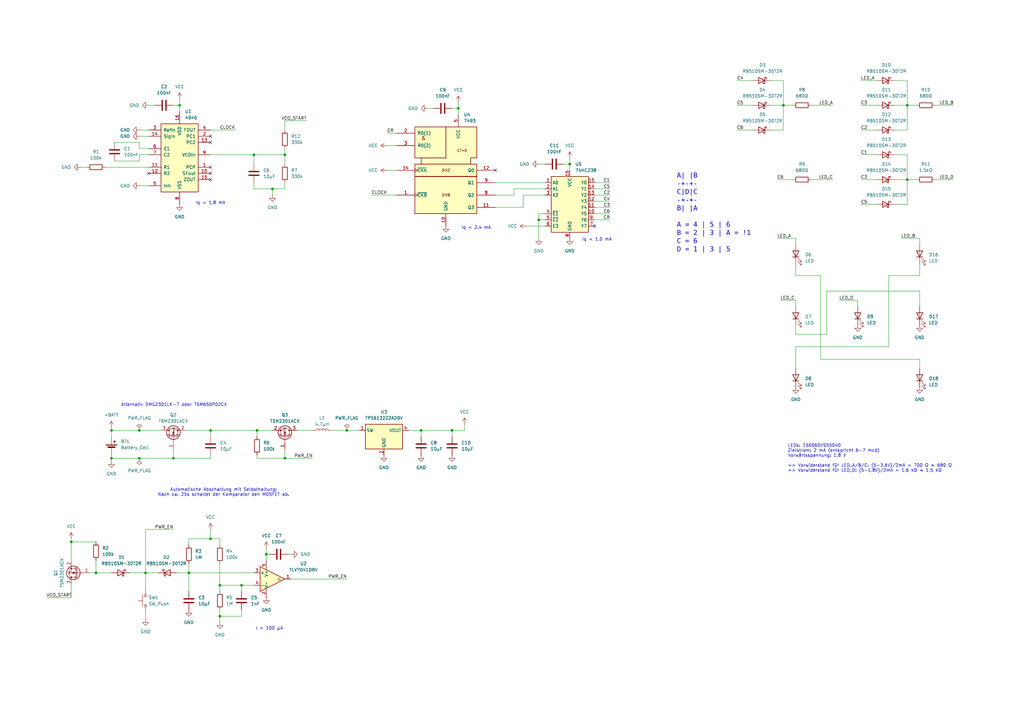
<source format=kicad_sch>
(kicad_sch (version 20231120) (generator "eeschema") (generator_version "8.0")
  (paper "A3")
  (lib_symbols
    (symbol "4xxx:4046" (pin_names (offset 1.016))
      (property "Reference" "U" (at -7.62 13.97 0))
      (property "Value" "4046" (at -7.62 -16.51 0))
      (symbol "4046_1_0"
        (pin output line (at 12.7 -5.08 180) (length 5.08) (name "PCP") (number "1"))
        (pin output line (at 12.7 -7.62 180) (length 5.08) (name "SFout") (number "10"))
        (pin input line (at -12.7 -5.08 0) (length 5.08) (name "R1") (number "11"))
        (pin input line (at -12.7 -7.62 0) (length 5.08) (name "R2") (number "12"))
        (pin tri_state line (at 12.7 5.08 180) (length 5.08) (name "PC2") (number "13"))
        (pin input line (at -12.7 7.62 0) (length 5.08) (name "SigIn") (number "14"))
        (pin output line (at 12.7 -10.16 180) (length 5.08) (name "ZOUT") (number "15"))
        (pin power_in line (at 0 17.78 270) (length 5.08) (name "VDD") (number "16"))
        (pin output line (at 12.7 7.62 180) (length 5.08) (name "PC1") (number "2"))
        (pin input line (at -12.7 10.16 0) (length 5.08) (name "RefIn") (number "3"))
        (pin output line (at 12.7 10.16 180) (length 5.08) (name "FOUT") (number "4"))
        (pin input line (at -12.7 -12.7 0) (length 5.08) (name "Inh") (number "5"))
        (pin input line (at -12.7 2.54 0) (length 5.08) (name "C1") (number "6"))
        (pin input line (at -12.7 0 0) (length 5.08) (name "C2") (number "7"))
        (pin power_in line (at 0 -20.32 90) (length 5.08) (name "VSS") (number "8"))
        (pin input line (at 12.7 0 180) (length 5.08) (name "VCOin") (number "9"))
      )
    )
    (symbol "74xx:74HC238"
      (property "Reference" "U" (at -7.62 13.97 0))
      (property "Value" "74HC238" (at 2.54 -11.43 0))
      (symbol "74HC238_1_1"
        (pin input line (at -10.16 10.16 0) (length 2.54) (name "A0") (number "1"))
        (pin output line (at 10.16 -2.54 180) (length 2.54) (name "Y5") (number "10"))
        (pin output line (at 10.16 0 180) (length 2.54) (name "Y4") (number "11"))
        (pin output line (at 10.16 2.54 180) (length 2.54) (name "Y3") (number "12"))
        (pin output line (at 10.16 5.08 180) (length 2.54) (name "Y2") (number "13"))
        (pin output line (at 10.16 7.62 180) (length 2.54) (name "Y1") (number "14"))
        (pin output line (at 10.16 10.16 180) (length 2.54) (name "Y0") (number "15"))
        (pin power_in line (at 0 15.24 270) (length 2.54) (name "VCC") (number "16"))
        (pin input line (at -10.16 7.62 0) (length 2.54) (name "A1") (number "2"))
        (pin input line (at -10.16 5.08 0) (length 2.54) (name "A2") (number "3"))
        (pin input line (at -10.16 -2.54 0) (length 2.54) (name "~{E1}") (number "4"))
        (pin input line (at -10.16 -5.08 0) (length 2.54) (name "~{E2}") (number "5"))
        (pin input line (at -10.16 -7.62 0) (length 2.54) (name "E3") (number "6"))
        (pin output line (at 10.16 -7.62 180) (length 2.54) (name "Y7") (number "7"))
        (pin power_in line (at 0 -12.7 90) (length 2.54) (name "GND") (number "8"))
        (pin output line (at 10.16 -5.08 180) (length 2.54) (name "Y6") (number "9"))
      )
    )
    (symbol "74xx_IEEE:7493" (pin_names (offset 1.016))
      (property "Reference" "U" (at 15.24 10.16 0))
      (property "Value" "7493" (at 10.16 -20.32 0))
      (symbol "7493_0_0"
        (text "&" (at -9.144 13.208 0) (effects (font (size 1.524 1.524))))
        (text "CT=0" (at 6.604 8.128 0) (effects (font (size 1.016 1.016))))
        (text "DIV2" (at 0 0 0) (effects (font (size 1.016 1.016))))
        (text "DIV8" (at 0 -10.16 0) (effects (font (size 1.016 1.016))))
        (pin power_in line (at 0 -22.86 90) (length 5.08) (name "GND") (number "10"))
        (pin power_in line (at 5.08 22.86 270) (length 5.08) (name "VCC") (number "5"))
      )
      (symbol "7493_1_1"
        (pin input clock (at -20.32 -10.16 0) (length 7.62) (name "~{CKB}") (number "1"))
        (pin output line (at 20.32 -15.24 180) (length 7.62) (name "Q3") (number "11"))
        (pin output line (at 20.32 0 180) (length 7.62) (name "Q0") (number "12"))
        (pin input clock (at -20.32 0 0) (length 7.62) (name "~{CKA}") (number "14"))
        (pin input line (at -20.32 15.24 0) (length 7.62) (name "R0(1)") (number "2"))
        (pin input line (at -20.32 10.16 0) (length 7.62) (name "R0(2)") (number "3"))
        (pin output line (at 20.32 -10.16 180) (length 7.62) (name "Q2") (number "8"))
        (pin output line (at 20.32 -5.08 180) (length 7.62) (name "Q1") (number "9"))
      )
    )
    (symbol "Comparator:TLV7041DBV" (pin_names (offset 0.127))
      (property "Reference" "U" (at 0 5.08 0))
      (property "Value" "TLV7041DBV" (at 0 -5.08 0))
      (symbol "TLV7041DBV_0_1"
        (pin power_in line (at -2.54 -7.62 90) (length 3.81) (name "V-") (number "2"))
        (pin power_in line (at -2.54 7.62 270) (length 3.81) (name "V+") (number "5"))
      )
      (symbol "TLV7041DBV_1_1"
        (pin open_collector line (at 7.62 0 180) (length 2.54) (name "~") (number "1"))
        (pin input line (at -7.62 2.54 0) (length 2.54) (name "+") (number "3"))
        (pin input line (at -7.62 -2.54 0) (length 2.54) (name "-") (number "4"))
      )
    )
    (symbol "Device:Battery_Cell" (pin_numbers hide) (pin_names (offset 0) hide)
      (property "Reference" "BT" (at 2.54 2.54 0))
      (property "Value" "Battery_Cell" (at 2.54 0 0))
      (symbol "Battery_Cell_1_1"
        (pin passive line (at 0 5.08 270) (length 2.54) (name "+") (number "1"))
        (pin passive line (at 0 -2.54 90) (length 2.54) (name "-") (number "2"))
      )
    )
    (symbol "Device:C" (pin_numbers hide) (pin_names (offset 0.254))
      (property "Reference" "C" (at 0.635 2.54 0))
      (property "Value" "C" (at 0.635 -2.54 0))
      (symbol "C_1_1"
        (pin passive line (at 0 3.81 270) (length 2.794) (name "~") (number "1"))
        (pin passive line (at 0 -3.81 90) (length 2.794) (name "~") (number "2"))
      )
    )
    (symbol "Device:D_Schottky" (pin_numbers hide) (pin_names (offset 1.016) hide)
      (property "Reference" "D" (at 0 2.54 0))
      (property "Value" "D_Schottky" (at 0 -2.54 0))
      (symbol "D_Schottky_1_1"
        (pin passive line (at -3.81 0 0) (length 2.54) (name "K") (number "1"))
        (pin passive line (at 3.81 0 180) (length 2.54) (name "A") (number "2"))
      )
    )
    (symbol "Device:L" (pin_numbers hide) (pin_names (offset 1.016) hide)
      (property "Reference" "L" (at -1.27 0 90))
      (property "Value" "L" (at 1.905 0 90))
      (symbol "L_1_1"
        (pin passive line (at 0 3.81 270) (length 1.27) (name "1") (number "1"))
        (pin passive line (at 0 -3.81 90) (length 1.27) (name "2") (number "2"))
      )
    )
    (symbol "Device:LED" (pin_numbers hide) (pin_names (offset 1.016) hide)
      (property "Reference" "D" (at 0 2.54 0))
      (property "Value" "LED" (at 0 -2.54 0))
      (symbol "LED_1_1"
        (pin passive line (at -3.81 0 0) (length 2.54) (name "K") (number "1"))
        (pin passive line (at 3.81 0 180) (length 2.54) (name "A") (number "2"))
      )
    )
    (symbol "Device:R" (pin_numbers hide) (pin_names (offset 0))
      (property "Reference" "R" (at 2.032 0 90))
      (property "Value" "R" (at 0 0 90))
      (symbol "R_1_1"
        (pin passive line (at 0 3.81 270) (length 1.27) (name "~") (number "1"))
        (pin passive line (at 0 -3.81 90) (length 1.27) (name "~") (number "2"))
      )
    )
    (symbol "Regulator_Switching:TPS613222ADBV"
      (property "Reference" "U" (at -7.62 6.35 0))
      (property "Value" "TPS613222ADBV" (at 2.54 6.35 0))
      (symbol "TPS613222ADBV_1_1"
        (pin power_in line (at -10.16 2.54 0) (length 2.54) (name "SW") (number "1"))
        (pin power_in line (at 0 -7.62 90) (length 2.54) (name "GND") (number "2"))
        (pin no_connect line (at -7.62 -2.54 0) (length 2.54) hide (name "NC") (number "3"))
        (pin power_out line (at 10.16 2.54 180) (length 2.54) (name "VOUT") (number "4"))
        (pin no_connect line (at 7.62 -2.54 180) (length 2.54) hide (name "NC") (number "5"))
      )
    )
    (symbol "Switch:SW_Push" (pin_numbers hide) (pin_names (offset 1.016) hide)
      (property "Reference" "SW" (at 1.27 2.54 0))
      (property "Value" "SW_Push" (at 0 -1.524 0))
      (symbol "SW_Push_0_1"
        (pin passive line (at -5.08 0 0) (length 2.54) (name "1") (number "1"))
        (pin passive line (at 5.08 0 180) (length 2.54) (name "2") (number "2"))
      )
    )
    (symbol "Transistor_FET_old:TSM2301ACX" (pin_names hide)
      (property "Reference" "Q" (at 5.08 1.905 0))
      (property "Value" "TSM2301ACX" (at 5.08 0 0))
      (symbol "TSM2301ACX_1_1"
        (pin input line (at -5.08 0 0) (length 2.54) (name "G") (number "1"))
        (pin passive line (at 2.54 -5.08 90) (length 2.54) (name "S") (number "2"))
        (pin passive line (at 2.54 5.08 270) (length 2.54) (name "D") (number "3"))
      )
    )
    (symbol "power:+BATT" (power) (pin_numbers hide) (pin_names (offset 0) hide)
      (property "Value" "+BATT" (at 0 3.556 0))
      (symbol "+BATT_1_1"
        (pin power_in line (at 0 0 90) (length 0) (name "~") (number "1"))
      )
    )
    (symbol "power:GND" (power) (pin_numbers hide) (pin_names (offset 0) hide)
      (property "Value" "GND" (at 0 -3.81 0))
      (symbol "GND_1_1"
        (pin power_in line (at 0 0 270) (length 0) (name "~") (number "1"))
      )
    )
    (symbol "power:PWR_FLAG" (power) (pin_numbers hide) (pin_names (offset 0) hide)
      (property "Value" "PWR_FLAG" (at 0 3.81 0))
      (symbol "PWR_FLAG_0_0"
        (pin power_out line (at 0 0 90) (length 0) (name "~") (number "1"))
      )
    )
    (symbol "power:VCC" (power) (pin_numbers hide) (pin_names (offset 0) hide)
      (property "Value" "VCC" (at 0 3.556 0))
      (symbol "VCC_1_1"
        (pin power_in line (at 0 0 90) (length 0) (name "~") (number "1"))
      )
    )
  )
  (junction (at 220.98 90.17))
  (junction (at 111.76 77.47))
  (junction (at 372.11 43.18))
  (junction (at 142.24 176.53))
  (junction (at 29.21 222.25))
  (junction (at 77.47 234.95))
  (junction (at 90.17 252.73))
  (junction (at 73.66 43.18))
  (junction (at 172.72 176.53))
  (junction (at 86.36 220.98))
  (junction (at 99.06 240.03))
  (junction (at 233.68 67.31))
  (junction (at 45.72 187.96))
  (junction (at 57.15 187.96))
  (junction (at 187.96 44.45))
  (junction (at 90.17 240.03))
  (junction (at 45.72 176.53))
  (junction (at 116.84 63.5))
  (junction (at 104.14 63.5))
  (junction (at 105.41 176.53))
  (junction (at 86.36 176.53))
  (junction (at 372.11 73.66))
  (junction (at 109.22 227.33))
  (junction (at 57.15 176.53))
  (junction (at 59.69 234.95))
  (junction (at 71.12 187.96))
  (junction (at 185.42 176.53))
  (junction (at 39.37 234.95))
  (junction (at 116.84 187.96))
  (junction (at 321.31 43.18))
  (no_connect (at 243.84 92.71))
  (no_connect (at 203.2 69.85))
  (no_connect (at 86.36 55.88))
  (no_connect (at 86.36 73.66))
  (no_connect (at 86.36 58.42))
  (no_connect (at 86.36 68.58))
  (no_connect (at 60.96 71.12))
  (no_connect (at 86.36 71.12))
  (wire (pts (xy 243.84 80.01) (xy 250.19 80.01)))
  (wire (pts (xy 320.04 123.19) (xy 326.39 123.19)))
  (wire (pts (xy 86.36 53.34) (xy 96.52 53.34)))
  (wire (pts (xy 243.84 85.09) (xy 250.19 85.09)))
  (wire (pts (xy 367.03 43.18) (xy 372.11 43.18)))
  (wire (pts (xy 377.19 147.32) (xy 377.19 151.13)))
  (wire (pts (xy 90.17 252.73) (xy 99.06 252.73)))
  (wire (pts (xy 336.55 147.32) (xy 377.19 147.32)))
  (wire (pts (xy 367.03 83.82) (xy 372.11 83.82)))
  (wire (pts (xy 175.26 44.45) (xy 177.8 44.45)))
  (wire (pts (xy 33.02 68.58) (xy 35.56 68.58)))
  (wire (pts (xy 372.11 33.02) (xy 367.03 33.02)))
  (wire (pts (xy 220.98 67.31) (xy 223.52 67.31)))
  (wire (pts (xy 116.84 77.47) (xy 116.84 74.93)))
  (wire (pts (xy 158.75 69.85) (xy 162.56 69.85)))
  (wire (pts (xy 119.38 237.49) (xy 142.24 237.49)))
  (wire (pts (xy 86.36 176.53) (xy 86.36 179.07)))
  (wire (pts (xy 71.12 184.15) (xy 71.12 187.96)))
  (wire (pts (xy 332.74 43.18) (xy 341.63 43.18)))
  (wire (pts (xy 187.96 44.45) (xy 187.96 46.99)))
  (wire (pts (xy 243.84 74.93) (xy 250.19 74.93)))
  (wire (pts (xy 116.84 63.5) (xy 116.84 67.31)))
  (wire (pts (xy 351.79 123.19) (xy 351.79 125.73)))
  (wire (pts (xy 29.21 220.98) (xy 29.21 222.25)))
  (wire (pts (xy 110.49 227.33) (xy 109.22 227.33)))
  (wire (pts (xy 59.69 217.17) (xy 59.69 234.95)))
  (wire (pts (xy 39.37 234.95) (xy 45.72 234.95)))
  (wire (pts (xy 321.31 53.34) (xy 321.31 43.18)))
  (wire (pts (xy 104.14 77.47) (xy 111.76 77.47)))
  (wire (pts (xy 318.77 97.79) (xy 326.39 97.79)))
  (wire (pts (xy 59.69 217.17) (xy 71.12 217.17)))
  (wire (pts (xy 57.15 60.96) (xy 57.15 58.42)))
  (wire (pts (xy 86.36 220.98) (xy 90.17 220.98)))
  (wire (pts (xy 57.15 63.5) (xy 60.96 63.5)))
  (wire (pts (xy 36.83 234.95) (xy 39.37 234.95)))
  (wire (pts (xy 111.76 77.47) (xy 116.84 77.47)))
  (wire (pts (xy 45.72 187.96) (xy 57.15 187.96)))
  (wire (pts (xy 99.06 250.19) (xy 99.06 252.73)))
  (wire (pts (xy 57.15 187.96) (xy 71.12 187.96)))
  (wire (pts (xy 214.63 80.01) (xy 223.52 80.01)))
  (wire (pts (xy 19.05 245.11) (xy 29.21 245.11)))
  (wire (pts (xy 243.84 90.17) (xy 250.19 90.17)))
  (wire (pts (xy 302.26 33.02) (xy 308.61 33.02)))
  (wire (pts (xy 203.2 85.09) (xy 214.63 85.09)))
  (wire (pts (xy 121.92 176.53) (xy 128.27 176.53)))
  (wire (pts (xy 71.12 187.96) (xy 86.36 187.96)))
  (wire (pts (xy 364.49 142.24) (xy 326.39 142.24)))
  (wire (pts (xy 167.64 176.53) (xy 172.72 176.53)))
  (wire (pts (xy 135.89 176.53) (xy 142.24 176.53)))
  (wire (pts (xy 353.06 73.66) (xy 359.41 73.66)))
  (wire (pts (xy 71.12 43.18) (xy 73.66 43.18)))
  (wire (pts (xy 72.39 234.95) (xy 77.47 234.95)))
  (wire (pts (xy 372.11 53.34) (xy 372.11 43.18)))
  (wire (pts (xy 321.31 43.18) (xy 325.12 43.18)))
  (wire (pts (xy 372.11 63.5) (xy 367.03 63.5)))
  (wire (pts (xy 111.76 77.47) (xy 111.76 80.01)))
  (wire (pts (xy 203.2 74.93) (xy 223.52 74.93)))
  (wire (pts (xy 57.15 176.53) (xy 66.04 176.53)))
  (wire (pts (xy 99.06 240.03) (xy 90.17 240.03)))
  (wire (pts (xy 86.36 176.53) (xy 105.41 176.53)))
  (wire (pts (xy 187.96 41.91) (xy 187.96 44.45)))
  (wire (pts (xy 45.72 175.26) (xy 45.72 176.53)))
  (wire (pts (xy 172.72 176.53) (xy 172.72 179.07)))
  (wire (pts (xy 302.26 53.34) (xy 308.61 53.34)))
  (wire (pts (xy 243.84 87.63) (xy 250.19 87.63)))
  (wire (pts (xy 105.41 176.53) (xy 105.41 179.07)))
  (wire (pts (xy 377.19 100.33) (xy 377.19 97.79)))
  (wire (pts (xy 210.82 77.47) (xy 210.82 80.01)))
  (wire (pts (xy 220.98 90.17) (xy 223.52 90.17)))
  (wire (pts (xy 372.11 83.82) (xy 372.11 73.66)))
  (wire (pts (xy 90.17 240.03) (xy 90.17 231.14)))
  (wire (pts (xy 372.11 43.18) (xy 372.11 33.02)))
  (wire (pts (xy 73.66 40.64) (xy 73.66 43.18)))
  (wire (pts (xy 233.68 67.31) (xy 233.68 69.85)))
  (wire (pts (xy 116.84 60.96) (xy 116.84 63.5)))
  (wire (pts (xy 326.39 123.19) (xy 326.39 125.73)))
  (wire (pts (xy 364.49 113.03) (xy 364.49 142.24)))
  (wire (pts (xy 367.03 73.66) (xy 372.11 73.66)))
  (wire (pts (xy 316.23 53.34) (xy 321.31 53.34)))
  (wire (pts (xy 383.54 73.66) (xy 391.16 73.66)))
  (wire (pts (xy 372.11 73.66) (xy 375.92 73.66)))
  (wire (pts (xy 59.69 254) (xy 59.69 251.46)))
  (wire (pts (xy 353.06 63.5) (xy 359.41 63.5)))
  (wire (pts (xy 344.17 123.19) (xy 351.79 123.19)))
  (wire (pts (xy 233.68 64.77) (xy 233.68 67.31)))
  (wire (pts (xy 326.39 133.35) (xy 326.39 137.16)))
  (wire (pts (xy 57.15 53.34) (xy 60.96 53.34)))
  (wire (pts (xy 57.15 55.88) (xy 60.96 55.88)))
  (wire (pts (xy 116.84 49.53) (xy 125.73 49.53)))
  (wire (pts (xy 76.2 176.53) (xy 86.36 176.53)))
  (wire (pts (xy 353.06 33.02) (xy 359.41 33.02)))
  (wire (pts (xy 190.5 176.53) (xy 190.5 173.99)))
  (wire (pts (xy 353.06 43.18) (xy 359.41 43.18)))
  (wire (pts (xy 185.42 44.45) (xy 187.96 44.45)))
  (wire (pts (xy 383.54 43.18) (xy 391.16 43.18)))
  (wire (pts (xy 367.03 53.34) (xy 372.11 53.34)))
  (wire (pts (xy 116.84 53.34) (xy 116.84 49.53)))
  (wire (pts (xy 45.72 176.53) (xy 45.72 179.07)))
  (wire (pts (xy 372.11 43.18) (xy 375.92 43.18)))
  (wire (pts (xy 104.14 240.03) (xy 99.06 240.03)))
  (wire (pts (xy 210.82 80.01) (xy 203.2 80.01)))
  (wire (pts (xy 377.19 113.03) (xy 364.49 113.03)))
  (wire (pts (xy 53.34 234.95) (xy 59.69 234.95)))
  (wire (pts (xy 185.42 176.53) (xy 190.5 176.53)))
  (wire (pts (xy 353.06 53.34) (xy 359.41 53.34)))
  (wire (pts (xy 326.39 137.16) (xy 339.09 137.16)))
  (wire (pts (xy 73.66 43.18) (xy 73.66 45.72)))
  (wire (pts (xy 353.06 83.82) (xy 359.41 83.82)))
  (wire (pts (xy 231.14 67.31) (xy 233.68 67.31)))
  (wire (pts (xy 243.84 77.47) (xy 250.19 77.47)))
  (wire (pts (xy 86.36 63.5) (xy 104.14 63.5)))
  (wire (pts (xy 105.41 176.53) (xy 111.76 176.53)))
  (wire (pts (xy 90.17 240.03) (xy 90.17 242.57)))
  (wire (pts (xy 302.26 43.18) (xy 308.61 43.18)))
  (wire (pts (xy 185.42 176.53) (xy 185.42 179.07)))
  (wire (pts (xy 90.17 255.27) (xy 90.17 252.73)))
  (wire (pts (xy 321.31 43.18) (xy 321.31 33.02)))
  (wire (pts (xy 77.47 231.14) (xy 77.47 234.95)))
  (wire (pts (xy 339.09 137.16) (xy 339.09 119.38)))
  (wire (pts (xy 104.14 63.5) (xy 116.84 63.5)))
  (wire (pts (xy 336.55 113.03) (xy 336.55 147.32)))
  (wire (pts (xy 77.47 220.98) (xy 86.36 220.98)))
  (wire (pts (xy 332.74 73.66) (xy 341.63 73.66)))
  (wire (pts (xy 39.37 234.95) (xy 39.37 229.87)))
  (wire (pts (xy 321.31 33.02) (xy 316.23 33.02)))
  (wire (pts (xy 60.96 60.96) (xy 57.15 60.96)))
  (wire (pts (xy 57.15 66.04) (xy 57.15 63.5)))
  (wire (pts (xy 172.72 176.53) (xy 185.42 176.53)))
  (wire (pts (xy 215.9 92.71) (xy 223.52 92.71)))
  (wire (pts (xy 90.17 220.98) (xy 90.17 223.52)))
  (wire (pts (xy 326.39 113.03) (xy 336.55 113.03)))
  (wire (pts (xy 104.14 63.5) (xy 104.14 67.31)))
  (wire (pts (xy 86.36 186.69) (xy 86.36 187.96)))
  (wire (pts (xy 214.63 85.09) (xy 214.63 80.01)))
  (wire (pts (xy 57.15 58.42) (xy 46.99 58.42)))
  (wire (pts (xy 45.72 186.69) (xy 45.72 187.96)))
  (wire (pts (xy 45.72 176.53) (xy 57.15 176.53)))
  (wire (pts (xy 152.4 80.01) (xy 162.56 80.01)))
  (wire (pts (xy 377.19 119.38) (xy 377.19 125.73)))
  (wire (pts (xy 29.21 222.25) (xy 39.37 222.25)))
  (wire (pts (xy 77.47 223.52) (xy 77.47 220.98)))
  (wire (pts (xy 45.72 187.96) (xy 45.72 189.23)))
  (wire (pts (xy 86.36 217.17) (xy 86.36 220.98)))
  (wire (pts (xy 158.75 54.61) (xy 162.56 54.61)))
  (wire (pts (xy 109.22 227.33) (xy 109.22 229.87)))
  (wire (pts (xy 46.99 66.04) (xy 57.15 66.04)))
  (wire (pts (xy 57.15 76.2) (xy 60.96 76.2)))
  (wire (pts (xy 316.23 43.18) (xy 321.31 43.18)))
  (wire (pts (xy 104.14 74.93) (xy 104.14 77.47)))
  (wire (pts (xy 77.47 234.95) (xy 104.14 234.95)))
  (wire (pts (xy 29.21 222.25) (xy 29.21 229.87)))
  (wire (pts (xy 116.84 184.15) (xy 116.84 187.96)))
  (wire (pts (xy 29.21 245.11) (xy 29.21 240.03)))
  (wire (pts (xy 105.41 186.69) (xy 105.41 187.96)))
  (wire (pts (xy 220.98 87.63) (xy 223.52 87.63)))
  (wire (pts (xy 109.22 224.79) (xy 109.22 227.33)))
  (wire (pts (xy 339.09 119.38) (xy 377.19 119.38)))
  (wire (pts (xy 60.96 43.18) (xy 63.5 43.18)))
  (wire (pts (xy 119.38 227.33) (xy 118.11 227.33)))
  (wire (pts (xy 243.84 82.55) (xy 250.19 82.55)))
  (wire (pts (xy 377.19 107.95) (xy 377.19 113.03)))
  (wire (pts (xy 220.98 97.79) (xy 220.98 90.17)))
  (wire (pts (xy 223.52 77.47) (xy 210.82 77.47)))
  (wire (pts (xy 43.18 68.58) (xy 60.96 68.58)))
  (wire (pts (xy 326.39 97.79) (xy 326.39 100.33)))
  (wire (pts (xy 142.24 176.53) (xy 147.32 176.53)))
  (wire (pts (xy 77.47 234.95) (xy 77.47 242.57)))
  (wire (pts (xy 220.98 90.17) (xy 220.98 87.63)))
  (wire (pts (xy 105.41 187.96) (xy 116.84 187.96)))
  (wire (pts (xy 369.57 97.79) (xy 377.19 97.79)))
  (wire (pts (xy 90.17 252.73) (xy 90.17 250.19)))
  (wire (pts (xy 326.39 107.95) (xy 326.39 113.03)))
  (wire (pts (xy 99.06 240.03) (xy 99.06 242.57)))
  (wire (pts (xy 158.75 59.69) (xy 162.56 59.69)))
  (wire (pts (xy 116.84 187.96) (xy 128.27 187.96)))
  (wire (pts (xy 59.69 234.95) (xy 64.77 234.95)))
  (wire (pts (xy 372.11 73.66) (xy 372.11 63.5)))
  (wire (pts (xy 318.77 73.66) (xy 325.12 73.66)))
  (wire (pts (xy 59.69 241.3) (xy 59.69 234.95)))
  (wire (pts (xy 326.39 142.24) (xy 326.39 151.13)))
  (text "Iq < 1.0 mA" (at 244.856 98.298 0) (effects (font (size 1.27 1.27))))
  (text "Iq < 1.8 mA" (at 86.36 83.312 0) (effects (font (size 1.27 1.27))))
  (text "LEDs: 150060VS55040\nZielstrom: 2 mA (entspricht 6-7 mcd)\nVorwärtsspannung: 1,8 V\n\n=> Vorwiderstand für LED_A/B/C: (5-3,6V)/2mA = 700 Ω ≈ 680 Ω\n=> Vorwiderstand für LED_D: (5-1,8V)/2mA = 1,6 kΩ ≈ 1,5 kΩ" (at 323.088 187.96 0) (effects (font (size 1.27 1.27)) (justify left)))
  (text "Automatische Abschaltung mit Selbsthaltung:\nNach ca. 25s schaltet der Komparator den MOSFET ab." (at 91.694 201.93 0) (effects (font (size 1.27 1.27))))
  (text "I < 100 μA" (at 110.49 257.81 0) (effects (font (size 1.27 1.27))))
  (text "Alternativ DMG2301LK-7 oder TSM650P02CX" (at 71.374 166.116 0) (effects (font (size 1.27 1.27))))
  (text "A| |B\n-+-+-\nC|D|C\n-+-+-\nB| |A\n\nA = 4 | 5 | 6\nB = 2 | 3 | A = !1\nC = 6\nD = 1 | 3 | 5" (at 277.622 87.884 0) (effects (font (size 2 2)) (justify left)))
  (text "Iq < 2.4 mA" (at 195.326 93.472 0) (effects (font (size 1.27 1.27))))
  (label "C5" (at 302.26 43.18 0))
  (label "PWR_EN" (at 128.27 187.96 180))
  (label "CR" (at 158.75 54.61 0))
  (label "VCO_START" (at 19.05 245.11 0))
  (label "C2" (at 250.19 80.01 180))
  (label "C3" (at 250.19 85.09 180))
  (label "C6" (at 250.19 87.63 180))
  (label "LED_A" (at 353.06 33.02 0))
  (label "C3" (at 353.06 73.66 0))
  (label "CR" (at 250.19 90.17 180))
  (label "VCO_START" (at 125.73 49.53 180))
  (label "C4" (at 302.26 33.02 0))
  (label "C2" (at 353.06 53.34 0))
  (label "LED_A" (at 341.63 43.18 180))
  (label "LED_B" (at 391.16 43.18 180))
  (label "LED_B" (at 369.57 97.79 0))
  (label "C5" (at 353.06 83.82 0))
  (label "C1" (at 353.06 63.5 0))
  (label "CLOCK" (at 96.52 53.34 180))
  (label "C3" (at 353.06 43.18 0))
  (label "LED_A" (at 318.77 97.79 0))
  (label "C6" (at 318.77 73.66 0))
  (label "C4" (at 250.19 82.55 180))
  (label "CLOCK" (at 152.4 80.01 0))
  (label "C5" (at 250.19 77.47 180))
  (label "LED_D" (at 344.17 123.19 0))
  (label "C1" (at 250.19 74.93 180))
  (label "PWR_EN" (at 142.24 237.49 180))
  (label "LED_D" (at 391.16 73.66 180))
  (label "C6" (at 302.26 53.34 0))
  (label "LED_C" (at 320.04 123.19 0))
  (label "LED_C" (at 341.63 73.66 180))
  (label "PWR_EN" (at 71.12 217.17 180))
  (symbol (lib_id "4xxx:4046") (at 73.66 63.5 0) (unit 1)
    (property "Reference" "U1" (at 75.8541 45.72 0) (effects (justify left)))
    (property "Value" "4046" (at 75.8541 48.26 0) (effects (justify left)))
    (property "Footprint" "Package_SO:SOIC-16_3.9x9.9mm_P1.27mm" (effects (hide yes)))
    (property "Datasheet" "https://assets.nexperia.com/documents/data-sheet/HEF4046B.pdf" (effects (hide yes)))
    (property "Description" "Phase Comp & VCO" (effects (hide yes)))
    (property "Teilenummer" "CD74HCT4046AM96" (effects (hide yes)))
  )
  (symbol (lib_id "power:VCC") (at 158.75 59.69 90) (unit 1)
    (property "Reference" "#PWR020" (effects (hide yes)))
    (property "Value" "VCC" (at 154.94 59.6899 90) (effects (justify left)))
    (property "Description" "Power symbol creates a global label with name \"VCC\"" (effects (hide yes)))
  )
  (symbol (lib_id "power:+BATT") (at 45.72 175.26 0) (unit 1)
    (property "Reference" "#PWR03" (effects (hide yes)))
    (property "Value" "+BATT" (at 45.72 170.18 0))
    (property "Description" "Power symbol creates a global label with name \"+BATT\"" (effects (hide yes)))
  )
  (symbol (lib_id "power:GND") (at 111.76 80.01 0) (unit 1)
    (property "Reference" "#PWR017" (effects (hide yes)))
    (property "Value" "GND" (at 111.76 85.09 0))
    (property "Description" "Power symbol creates a global label with name \"GND\" , ground" (effects (hide yes)))
  )
  (symbol (lib_id "Device:R") (at 379.73 73.66 90) (unit 1)
    (property "Reference" "R11" (at 379.73 67.31 90))
    (property "Value" "1.5kΩ" (at 379.73 69.85 90))
    (property "Footprint" "Resistor_SMD:R_0603_1608Metric" (effects (hide yes)))
    (property "Description" "Resistor" (effects (hide yes)))
  )
  (symbol (lib_id "power:GND") (at 119.38 227.33 90) (mirror x) (unit 1)
    (property "Reference" "#PWR018" (effects (hide yes)))
    (property "Value" "GND" (at 123.19 227.3299 90) (effects (justify right)))
    (property "Description" "Power symbol creates a global label with name \"GND\" , ground" (effects (hide yes)))
  )
  (symbol (lib_id "Device:LED") (at 377.19 154.94 90) (unit 1)
    (property "Reference" "D18" (at 381 155.2574 90) (effects (justify right)))
    (property "Value" "LED" (at 381 157.7974 90) (effects (justify right)))
    (property "Footprint" "LED_SMD:LED_0603_1608Metric" (effects (hide yes)))
    (property "Description" "Light emitting diode" (effects (hide yes)))
    (property "Teilenummer" "150060VS55040" (effects (hide yes)))
  )
  (symbol (lib_id "Device:R") (at 379.73 43.18 90) (unit 1)
    (property "Reference" "R10" (at 379.73 36.83 90))
    (property "Value" "680Ω" (at 379.73 39.37 90))
    (property "Footprint" "Resistor_SMD:R_0603_1608Metric" (effects (hide yes)))
    (property "Description" "Resistor" (effects (hide yes)))
  )
  (symbol (lib_id "Switch:SW_Push") (at 59.69 246.38 90) (unit 1)
    (property "Reference" "SW1" (at 60.96 245.1099 90) (effects (justify right)))
    (property "Value" "SW_Push" (at 60.96 247.6499 90) (effects (justify right)))
    (property "Footprint" "Button_Switch_SMD:SW_Push_1P1T_NO_6x6mm_H9.5mm" (effects (hide yes)))
    (property "Description" "Push button switch, generic, two pins" (effects (hide yes)))
  )
  (symbol (lib_id "power:GND") (at 351.79 133.35 0) (unit 1)
    (property "Reference" "#PWR034" (effects (hide yes)))
    (property "Value" "GND" (at 351.79 138.43 0))
    (property "Description" "Power symbol creates a global label with name \"GND\" , ground" (effects (hide yes)))
  )
  (symbol (lib_id "Device:C") (at 46.99 62.23 0) (unit 1)
    (property "Reference" "C1" (at 50.8 60.9599 0) (effects (justify left)))
    (property "Value" "100nF" (at 50.8 63.4999 0) (effects (justify left)))
    (property "Footprint" "Capacitor_SMD:C_0603_1608Metric" (effects (hide yes)))
    (property "Description" "Unpolarized capacitor" (effects (hide yes)))
  )
  (symbol (lib_id "Device:C") (at 86.36 182.88 0) (unit 1)
    (property "Reference" "C4" (at 90.17 181.6099 0) (effects (justify left)))
    (property "Value" "10μF" (at 90.17 184.1499 0) (effects (justify left)))
    (property "Footprint" "Capacitor_SMD:C_0805_2012Metric" (effects (hide yes)))
    (property "Description" "Unpolarized capacitor" (effects (hide yes)))
  )
  (symbol (lib_id "Device:D_Schottky") (at 363.22 43.18 0) (mirror y) (unit 1)
    (property "Reference" "D11" (at 363.5375 36.83 0))
    (property "Value" "RB510SM-30T2R" (at 363.5375 39.37 0))
    (property "Footprint" "Diode_SMD:D_SOD-523" (effects (hide yes)))
    (property "Description" "Schottky diode" (effects (hide yes)))
    (property "Teilenummer" "RB510SM-30T2R" (effects (hide yes)))
  )
  (symbol (lib_id "Device:R") (at 105.41 182.88 0) (unit 1)
    (property "Reference" "R6" (at 107.95 181.6099 0) (effects (justify left)))
    (property "Value" "100k" (at 107.95 184.1499 0) (effects (justify left)))
    (property "Footprint" "Resistor_SMD:R_0603_1608Metric" (effects (hide yes)))
    (property "Description" "Resistor" (effects (hide yes)))
  )
  (symbol (lib_id "Device:C") (at 172.72 182.88 0) (unit 1)
    (property "Reference" "C8" (at 176.53 181.6099 0) (effects (justify left)))
    (property "Value" "10μF" (at 176.53 184.1499 0) (effects (justify left)))
    (property "Footprint" "Capacitor_SMD:C_0805_2012Metric" (effects (hide yes)))
    (property "Description" "Unpolarized capacitor" (effects (hide yes)))
  )
  (symbol (lib_id "Device:R") (at 90.17 246.38 0) (unit 1)
    (property "Reference" "R5" (at 92.71 245.1099 0) (effects (justify left)))
    (property "Value" "1M" (at 92.71 247.6499 0) (effects (justify left)))
    (property "Footprint" "Resistor_SMD:R_0603_1608Metric" (effects (hide yes)))
    (property "Description" "Resistor" (effects (hide yes)))
  )
  (symbol (lib_id "Device:R") (at 328.93 73.66 90) (unit 1)
    (property "Reference" "R9" (at 328.93 67.31 90))
    (property "Value" "680Ω" (at 328.93 69.85 90))
    (property "Footprint" "Resistor_SMD:R_0603_1608Metric" (effects (hide yes)))
    (property "Description" "Resistor" (effects (hide yes)))
  )
  (symbol (lib_id "power:VCC") (at 86.36 217.17 0) (unit 1)
    (property "Reference" "#PWR013" (effects (hide yes)))
    (property "Value" "VCC" (at 86.36 212.09 0))
    (property "Description" "Power symbol creates a global label with name \"VCC\"" (effects (hide yes)))
  )
  (symbol (lib_id "Device:C") (at 227.33 67.31 270) (mirror x) (unit 1)
    (property "Reference" "C11" (at 227.33 59.69 90))
    (property "Value" "100nF" (at 227.33 62.23 90))
    (property "Footprint" "Capacitor_SMD:C_0603_1608Metric" (effects (hide yes)))
    (property "Description" "Unpolarized capacitor" (effects (hide yes)))
  )
  (symbol (lib_id "Device:R") (at 90.17 227.33 0) (unit 1)
    (property "Reference" "R4" (at 92.71 226.0599 0) (effects (justify left)))
    (property "Value" "100k" (at 92.71 228.5999 0) (effects (justify left)))
    (property "Footprint" "Resistor_SMD:R_0603_1608Metric" (effects (hide yes)))
    (property "Description" "Resistor" (effects (hide yes)))
  )
  (symbol (lib_id "Device:D_Schottky") (at 363.22 53.34 0) (mirror y) (unit 1)
    (property "Reference" "D12" (at 363.5375 46.99 0))
    (property "Value" "RB510SM-30T2R" (at 363.5375 49.53 0))
    (property "Footprint" "Diode_SMD:D_SOD-523" (effects (hide yes)))
    (property "Description" "Schottky diode" (effects (hide yes)))
    (property "Teilenummer" "RB510SM-30T2R" (effects (hide yes)))
  )
  (symbol (lib_id "power:GND") (at 182.88 92.71 0) (unit 1)
    (property "Reference" "#PWR024" (effects (hide yes)))
    (property "Value" "GND" (at 182.88 97.79 0))
    (property "Description" "Power symbol creates a global label with name \"GND\" , ground" (effects (hide yes)))
  )
  (symbol (lib_id "Device:D_Schottky") (at 312.42 33.02 0) (mirror y) (unit 1)
    (property "Reference" "D3" (at 312.7375 26.67 0))
    (property "Value" "RB510SM-30T2R" (at 312.7375 29.21 0))
    (property "Footprint" "Diode_SMD:D_SOD-523" (effects (hide yes)))
    (property "Description" "Schottky diode" (effects (hide yes)))
    (property "Teilenummer" "RB510SM-30T2R" (effects (hide yes)))
  )
  (symbol (lib_id "Transistor_FET_old:TSM2301ACX") (at 31.75 234.95 180) (unit 1)
    (property "Reference" "Q1" (at 22.86 234.95 90))
    (property "Value" "TSM2301ACX" (at 25.4 234.95 90))
    (property "Footprint" "Package_TO_SOT_SMD:SOT-23" (effects (hide yes)))
    (property "Datasheet" "https://www.taiwansemi.com/products/datasheet/TSM2301A_C15.pdf" (effects (hide yes)))
    (property "Description" "-2.8A Id, -20V Vds, P-Channel MOSFET, SOT-23" (effects (hide yes)))
    (property "Teilenummer" "TSM2301ACX" (effects (hide yes)))
  )
  (symbol (lib_id "power:VCC") (at 158.75 69.85 90) (unit 1)
    (property "Reference" "#PWR021" (effects (hide yes)))
    (property "Value" "VCC" (at 154.94 69.8499 90) (effects (justify left)))
    (property "Description" "Power symbol creates a global label with name \"VCC\"" (effects (hide yes)))
  )
  (symbol (lib_id "power:GND") (at 109.22 245.11 0) (mirror y) (unit 1)
    (property "Reference" "#PWR016" (effects (hide yes)))
    (property "Value" "GND" (at 109.22 250.19 0))
    (property "Description" "Power symbol creates a global label with name \"GND\" , ground" (effects (hide yes)))
  )
  (symbol (lib_id "Comparator:TLV7041DBV") (at 111.76 237.49 0) (unit 1)
    (property "Reference" "U2" (at 124.46 231.1714 0))
    (property "Value" "TLV7041DBV" (at 124.46 233.7114 0))
    (property "Footprint" "Package_TO_SOT_SMD:SOT-23-5" (effects (hide yes)))
    (property "Datasheet" "https://www.ti.com/lit/ds/symlink/tlv7041.pdf" (effects (hide yes)))
    (property "Description" "Single, 1.6V-6.5V, 315nA Quiescent, Open-Drain Output, Comparator, SOT-23-5/SC-70" (effects (hide yes)))
    (property "Teilenummer" "TLV7041DBVR" (effects (hide yes)))
  )
  (symbol (lib_id "power:GND") (at 90.17 255.27 0) (unit 1)
    (property "Reference" "#PWR014" (effects (hide yes)))
    (property "Value" "GND" (at 90.17 260.35 0))
    (property "Description" "Power symbol creates a global label with name \"GND\" , ground" (effects (hide yes)))
  )
  (symbol (lib_id "power:GND") (at 185.42 186.69 0) (unit 1)
    (property "Reference" "#PWR025" (effects (hide yes)))
    (property "Value" "GND" (at 185.42 191.77 0))
    (property "Description" "Power symbol creates a global label with name \"GND\" , ground" (effects (hide yes)))
  )
  (symbol (lib_id "power:PWR_FLAG") (at 57.15 176.53 0) (unit 1)
    (property "Reference" "#FLG01" (effects (hide yes)))
    (property "Value" "PWR_FLAG" (at 57.15 171.45 0))
    (property "Description" "Special symbol for telling ERC where power comes from" (effects (hide yes)))
  )
  (symbol (lib_id "power:GND") (at 73.66 83.82 0) (unit 1)
    (property "Reference" "#PWR011" (effects (hide yes)))
    (property "Value" "GND" (at 73.66 88.9 0))
    (property "Description" "Power symbol creates a global label with name \"GND\" , ground" (effects (hide yes)))
  )
  (symbol (lib_id "Device:LED") (at 351.79 129.54 90) (unit 1)
    (property "Reference" "D9" (at 355.6 129.8574 90) (effects (justify right)))
    (property "Value" "LED" (at 355.6 132.3974 90) (effects (justify right)))
    (property "Footprint" "LED_SMD:LED_0603_1608Metric" (effects (hide yes)))
    (property "Description" "Light emitting diode" (effects (hide yes)))
    (property "Teilenummer" "150060VS55040" (effects (hide yes)))
  )
  (symbol (lib_id "Device:R") (at 328.93 43.18 90) (unit 1)
    (property "Reference" "R8" (at 328.93 36.83 90))
    (property "Value" "680Ω" (at 328.93 39.37 90))
    (property "Footprint" "Resistor_SMD:R_0603_1608Metric" (effects (hide yes)))
    (property "Description" "Resistor" (effects (hide yes)))
  )
  (symbol (lib_id "power:VCC") (at 29.21 220.98 0) (unit 1)
    (property "Reference" "#PWR01" (effects (hide yes)))
    (property "Value" "VCC" (at 29.21 215.9 0))
    (property "Description" "Power symbol creates a global label with name \"VCC\"" (effects (hide yes)))
  )
  (symbol (lib_id "power:GND") (at 220.98 67.31 270) (unit 1)
    (property "Reference" "#PWR029" (effects (hide yes)))
    (property "Value" "GND" (at 217.17 67.3099 90) (effects (justify right)))
    (property "Description" "Power symbol creates a global label with name \"GND\" , ground" (effects (hide yes)))
  )
  (symbol (lib_id "Device:D_Schottky") (at 49.53 234.95 0) (mirror y) (unit 1)
    (property "Reference" "D1" (at 49.8475 228.6 0))
    (property "Value" "RB510SM-30T2R" (at 49.8475 231.14 0))
    (property "Footprint" "Diode_SMD:D_SOD-523" (effects (hide yes)))
    (property "Description" "Schottky diode" (effects (hide yes)))
    (property "Teilenummer" "RB510SM-30T2R" (effects (hide yes)))
  )
  (symbol (lib_id "power:GND") (at 33.02 68.58 270) (unit 1)
    (property "Reference" "#PWR02" (effects (hide yes)))
    (property "Value" "GND" (at 29.21 68.5799 90) (effects (justify right)))
    (property "Description" "Power symbol creates a global label with name \"GND\" , ground" (effects (hide yes)))
  )
  (symbol (lib_id "power:VCC") (at 73.66 40.64 0) (unit 1)
    (property "Reference" "#PWR010" (effects (hide yes)))
    (property "Value" "VCC" (at 73.66 35.56 0))
    (property "Description" "Power symbol creates a global label with name \"VCC\"" (effects (hide yes)))
  )
  (symbol (lib_id "Device:R") (at 116.84 71.12 0) (unit 1)
    (property "Reference" "R7" (at 119.38 69.8499 0) (effects (justify left)))
    (property "Value" "330k" (at 119.38 72.3899 0) (effects (justify left)))
    (property "Footprint" "Resistor_SMD:R_0603_1608Metric" (effects (hide yes)))
    (property "Description" "Resistor" (effects (hide yes)))
  )
  (symbol (lib_id "power:GND") (at 175.26 44.45 270) (unit 1)
    (property "Reference" "#PWR023" (effects (hide yes)))
    (property "Value" "GND" (at 171.45 44.4499 90) (effects (justify right)))
    (property "Description" "Power symbol creates a global label with name \"GND\" , ground" (effects (hide yes)))
  )
  (symbol (lib_id "power:GND") (at 326.39 158.75 0) (unit 1)
    (property "Reference" "#PWR033" (effects (hide yes)))
    (property "Value" "GND" (at 326.39 163.83 0))
    (property "Description" "Power symbol creates a global label with name \"GND\" , ground" (effects (hide yes)))
  )
  (symbol (lib_id "Device:D_Schottky") (at 68.58 234.95 0) (unit 1)
    (property "Reference" "D2" (at 68.2625 228.6 0))
    (property "Value" "RB510SM-30T2R" (at 68.2625 231.14 0))
    (property "Footprint" "Diode_SMD:D_SOD-523" (effects (hide yes)))
    (property "Description" "Schottky diode" (effects (hide yes)))
    (property "Teilenummer" "RB510SM-30T2R" (effects (hide yes)))
  )
  (symbol (lib_id "Device:LED") (at 326.39 154.94 90) (unit 1)
    (property "Reference" "D8" (at 330.2 155.2574 90) (effects (justify right)))
    (property "Value" "LED" (at 330.2 157.7974 90) (effects (justify right)))
    (property "Footprint" "LED_SMD:LED_0603_1608Metric" (effects (hide yes)))
    (property "Description" "Light emitting diode" (effects (hide yes)))
    (property "Teilenummer" "150060VS55040" (effects (hide yes)))
  )
  (symbol (lib_id "power:PWR_FLAG") (at 57.15 187.96 180) (unit 1)
    (property "Reference" "#FLG02" (effects (hide yes)))
    (property "Value" "PWR_FLAG" (at 57.15 193.04 0))
    (property "Description" "Special symbol for telling ERC where power comes from" (effects (hide yes)))
  )
  (symbol (lib_id "power:VCC") (at 215.9 92.71 90) (unit 1)
    (property "Reference" "#PWR028" (effects (hide yes)))
    (property "Value" "VCC" (at 212.09 92.7099 90) (effects (justify left)))
    (property "Description" "Power symbol creates a global label with name \"VCC\"" (effects (hide yes)))
  )
  (symbol (lib_id "Device:D_Schottky") (at 363.22 33.02 0) (mirror y) (unit 1)
    (property "Reference" "D10" (at 363.5375 26.67 0))
    (property "Value" "RB510SM-30T2R" (at 363.5375 29.21 0))
    (property "Footprint" "Diode_SMD:D_SOD-523" (effects (hide yes)))
    (property "Description" "Schottky diode" (effects (hide yes)))
    (property "Teilenummer" "RB510SM-30T2R" (effects (hide yes)))
  )
  (symbol (lib_id "power:GND") (at 377.19 133.35 0) (unit 1)
    (property "Reference" "#PWR035" (effects (hide yes)))
    (property "Value" "GND" (at 377.19 138.43 0))
    (property "Description" "Power symbol creates a global label with name \"GND\" , ground" (effects (hide yes)))
  )
  (symbol (lib_id "Device:C") (at 67.31 43.18 270) (mirror x) (unit 1)
    (property "Reference" "C2" (at 67.31 35.56 90))
    (property "Value" "100nF" (at 67.31 38.1 90))
    (property "Footprint" "Capacitor_SMD:C_0603_1608Metric" (effects (hide yes)))
    (property "Description" "Unpolarized capacitor" (effects (hide yes)))
  )
  (symbol (lib_id "power:GND") (at 233.68 97.79 0) (unit 1)
    (property "Reference" "#PWR032" (effects (hide yes)))
    (property "Value" "GND" (at 233.68 102.87 0))
    (property "Description" "Power symbol creates a global label with name \"GND\" , ground" (effects (hide yes)))
  )
  (symbol (lib_id "power:PWR_FLAG") (at 142.24 176.53 0) (unit 1)
    (property "Reference" "#FLG03" (effects (hide yes)))
    (property "Value" "PWR_FLAG" (at 142.24 171.45 0))
    (property "Description" "Special symbol for telling ERC where power comes from" (effects (hide yes)))
  )
  (symbol (lib_id "Device:R") (at 39.37 68.58 90) (unit 1)
    (property "Reference" "R1" (at 39.37 62.23 90))
    (property "Value" "100k" (at 39.37 64.77 90))
    (property "Footprint" "Resistor_SMD:R_0603_1608Metric" (effects (hide yes)))
    (property "Description" "Resistor" (effects (hide yes)))
  )
  (symbol (lib_id "Device:D_Schottky") (at 312.42 43.18 0) (mirror y) (unit 1)
    (property "Reference" "D4" (at 312.7375 36.83 0))
    (property "Value" "RB510SM-30T2R" (at 312.7375 39.37 0))
    (property "Footprint" "Diode_SMD:D_SOD-523" (effects (hide yes)))
    (property "Description" "Schottky diode" (effects (hide yes)))
    (property "Teilenummer" "RB510SM-30T2R" (effects (hide yes)))
  )
  (symbol (lib_id "power:GND") (at 172.72 186.69 0) (unit 1)
    (property "Reference" "#PWR022" (effects (hide yes)))
    (property "Value" "GND" (at 172.72 191.77 0))
    (property "Description" "Power symbol creates a global label with name \"GND\" , ground" (effects (hide yes)))
  )
  (symbol (lib_id "power:GND") (at 77.47 250.19 0) (unit 1)
    (property "Reference" "#PWR012" (effects (hide yes)))
    (property "Value" "GND" (at 77.47 255.27 0))
    (property "Description" "Power symbol creates a global label with name \"GND\" , ground" (effects (hide yes)))
  )
  (symbol (lib_id "Device:R") (at 116.84 57.15 0) (unit 1)
    (property "Reference" "R12" (at 119.38 55.8799 0) (effects (justify left)))
    (property "Value" "330k" (at 119.38 58.4199 0) (effects (justify left)))
    (property "Footprint" "Resistor_SMD:R_0603_1608Metric" (effects (hide yes)))
    (property "Description" "Resistor" (effects (hide yes)))
  )
  (symbol (lib_id "power:GND") (at 60.96 43.18 270) (unit 1)
    (property "Reference" "#PWR09" (effects (hide yes)))
    (property "Value" "GND" (at 57.15 43.1799 90) (effects (justify right)))
    (property "Description" "Power symbol creates a global label with name \"GND\" , ground" (effects (hide yes)))
  )
  (symbol (lib_id "power:VCC") (at 190.5 173.99 0) (unit 1)
    (property "Reference" "#PWR027" (effects (hide yes)))
    (property "Value" "VCC" (at 190.5 168.91 0))
    (property "Description" "Power symbol creates a global label with name \"VCC\"" (effects (hide yes)))
  )
  (symbol (lib_id "Device:R") (at 39.37 226.06 0) (unit 1)
    (property "Reference" "R2" (at 41.91 224.7899 0) (effects (justify left)))
    (property "Value" "100k" (at 41.91 227.3299 0) (effects (justify left)))
    (property "Footprint" "Resistor_SMD:R_0603_1608Metric" (effects (hide yes)))
    (property "Description" "Resistor" (effects (hide yes)))
  )
  (symbol (lib_id "power:GND") (at 57.15 76.2 270) (unit 1)
    (property "Reference" "#PWR07" (effects (hide yes)))
    (property "Value" "GND" (at 53.34 76.1999 90) (effects (justify right)))
    (property "Description" "Power symbol creates a global label with name \"GND\" , ground" (effects (hide yes)))
  )
  (symbol (lib_id "Device:LED") (at 377.19 129.54 90) (unit 1)
    (property "Reference" "D17" (at 381 129.8574 90) (effects (justify right)))
    (property "Value" "LED" (at 381 132.3974 90) (effects (justify right)))
    (property "Footprint" "LED_SMD:LED_0603_1608Metric" (effects (hide yes)))
    (property "Description" "Light emitting diode" (effects (hide yes)))
    (property "Teilenummer" "150060VS55040" (effects (hide yes)))
  )
  (symbol (lib_id "Device:D_Schottky") (at 363.22 83.82 0) (mirror y) (unit 1)
    (property "Reference" "D15" (at 363.5375 77.47 0))
    (property "Value" "RB510SM-30T2R" (at 363.5375 80.01 0))
    (property "Footprint" "Diode_SMD:D_SOD-523" (effects (hide yes)))
    (property "Description" "Schottky diode" (effects (hide yes)))
    (property "Teilenummer" "RB510SM-30T2R" (effects (hide yes)))
  )
  (symbol (lib_id "Device:C") (at 185.42 182.88 0) (unit 1)
    (property "Reference" "C10" (at 189.23 181.6099 0) (effects (justify left)))
    (property "Value" "10μF" (at 189.23 184.1499 0) (effects (justify left)))
    (property "Footprint" "Capacitor_SMD:C_0805_2012Metric" (effects (hide yes)))
    (property "Description" "Unpolarized capacitor" (effects (hide yes)))
  )
  (symbol (lib_id "Device:D_Schottky") (at 363.22 63.5 0) (mirror y) (unit 1)
    (property "Reference" "D13" (at 363.5375 57.15 0))
    (property "Value" "RB510SM-30T2R" (at 363.5375 59.69 0))
    (property "Footprint" "Diode_SMD:D_SOD-523" (effects (hide yes)))
    (property "Description" "Schottky diode" (effects (hide yes)))
    (property "Teilenummer" "RB510SM-30T2R" (effects (hide yes)))
  )
  (symbol (lib_id "74xx:74HC238") (at 233.68 85.09 0) (unit 1)
    (property "Reference" "U5" (at 235.8741 67.31 0) (effects (justify left)))
    (property "Value" "74HC238" (at 235.8741 69.85 0) (effects (justify left)))
    (property "Footprint" "Package_SO:SOIC-16_3.9x9.9mm_P1.27mm" (effects (hide yes)))
    (property "Datasheet" "https://www.ti.com/lit/ds/symlink/cd74hc238.pdf" (effects (hide yes)))
    (property "Description" "3-to-8 line decoder/multiplexer, DIP-16/SOIC-16/SSOP-16" (effects (hide yes)))
    (property "Teilenummer" "CD74HCT238M96" (effects (hide yes)))
    (property "Sim.Library" "/home/thomas/Projekte/KiCad/000_libraries/sim/74hc.lib" (effects (hide yes)))
    (property "Sim.Name" "74HC238" (effects (hide yes)))
    (property "Sim.Device" "SUBCKT" (effects (hide yes)))
    (property "Sim.Pins" "1=A0 2=A1 3=A2 4=E1 5=E2 6=e3 7=Y7 8=VGND 9=Y6 10=Y5 11=Y4 12=Y3 13=Y2 14=Y1 15=Y0 16=VCC" (effects (hide yes)))
    (property "Sim.Params" "vcc1=5 speed1=1.0 tripdt1=1e-9" (effects (hide yes)))
  )
  (symbol (lib_id "power:GND") (at 59.69 254 0) (unit 1)
    (property "Reference" "#PWR08" (effects (hide yes)))
    (property "Value" "GND" (at 59.69 259.08 0))
    (property "Description" "Power symbol creates a global label with name \"GND\" , ground" (effects (hide yes)))
  )
  (symbol (lib_id "Device:L") (at 132.08 176.53 90) (unit 1)
    (property "Reference" "L1" (at 132.08 171.45 90))
    (property "Value" "4.7μH" (at 132.08 173.99 90))
    (property "Footprint" "Inductor_SMD:L_1008_2520Metric" (effects (hide yes)))
    (property "Description" "Inductor" (effects (hide yes)))
    (property "Teilenummer" "DFE252012P-4R7M=P2" (effects (hide yes)))
  )
  (symbol (lib_id "power:GND") (at 377.19 158.75 0) (unit 1)
    (property "Reference" "#PWR036" (effects (hide yes)))
    (property "Value" "GND" (at 377.19 163.83 0))
    (property "Description" "Power symbol creates a global label with name \"GND\" , ground" (effects (hide yes)))
  )
  (symbol (lib_id "power:VCC") (at 187.96 41.91 0) (unit 1)
    (property "Reference" "#PWR026" (effects (hide yes)))
    (property "Value" "VCC" (at 187.96 36.83 0))
    (property "Description" "Power symbol creates a global label with name \"VCC\"" (effects (hide yes)))
  )
  (symbol (lib_id "Regulator_Switching:TPS613222ADBV") (at 157.48 179.07 0) (unit 1)
    (property "Reference" "U3" (at 157.48 168.91 0))
    (property "Value" "TPS613222ADBV" (at 157.48 171.45 0))
    (property "Footprint" "Package_TO_SOT_SMD:SOT-23-5" (effects (hide yes)))
    (property "Datasheet" "http://www.ti.com/lit/ds/symlink/tps61322.pdf" (effects (hide yes)))
    (property "Description" "1.8A Step-Up Converter, 5V Output Voltage, 0.9-5.5V Input Voltage, SOT-23-5" (effects (hide yes)))
    (property "Teilenummer" "TPS613222ADBV" (effects (hide yes)))
  )
  (symbol (lib_id "power:GND") (at 220.98 97.79 0) (unit 1)
    (property "Reference" "#PWR030" (effects (hide yes)))
    (property "Value" "GND" (at 220.98 102.87 0))
    (property "Description" "Power symbol creates a global label with name \"GND\" , ground" (effects (hide yes)))
  )
  (symbol (lib_id "Device:C") (at 77.47 246.38 0) (unit 1)
    (property "Reference" "C3" (at 81.28 245.1099 0) (effects (justify left)))
    (property "Value" "10μF" (at 81.28 247.6499 0) (effects (justify left)))
    (property "Footprint" "Capacitor_SMD:C_0805_2012Metric" (effects (hide yes)))
    (property "Description" "Unpolarized capacitor" (effects (hide yes)))
  )
  (symbol (lib_id "power:GND") (at 57.15 53.34 270) (unit 1)
    (property "Reference" "#PWR05" (effects (hide yes)))
    (property "Value" "GND" (at 53.34 53.3399 90) (effects (justify right)))
    (property "Description" "Power symbol creates a global label with name \"GND\" , ground" (effects (hide yes)))
  )
  (symbol (lib_id "Device:R") (at 77.47 227.33 0) (unit 1)
    (property "Reference" "R3" (at 80.01 226.0599 0) (effects (justify left)))
    (property "Value" "1M" (at 80.01 228.5999 0) (effects (justify left)))
    (property "Footprint" "Resistor_SMD:R_0603_1608Metric" (effects (hide yes)))
    (property "Description" "Resistor" (effects (hide yes)))
  )
  (symbol (lib_id "Device:C") (at 114.3 227.33 90) (unit 1)
    (property "Reference" "C7" (at 114.3 219.71 90))
    (property "Value" "100nF" (at 114.3 222.25 90))
    (property "Footprint" "Capacitor_SMD:C_0603_1608Metric" (effects (hide yes)))
    (property "Description" "Unpolarized capacitor" (effects (hide yes)))
  )
  (symbol (lib_id "Device:C") (at 104.14 71.12 0) (unit 1)
    (property "Reference" "C6" (at 107.95 69.8499 0) (effects (justify left)))
    (property "Value" "10μF" (at 107.95 72.3899 0) (effects (justify left)))
    (property "Footprint" "Capacitor_SMD:C_0805_2012Metric" (effects (hide yes)))
    (property "Description" "Unpolarized capacitor" (effects (hide yes)))
  )
  (symbol (lib_id "Device:LED") (at 326.39 129.54 90) (unit 1)
    (property "Reference" "D7" (at 330.2 129.8574 90) (effects (justify right)))
    (property "Value" "LED" (at 330.2 132.3974 90) (effects (justify right)))
    (property "Footprint" "LED_SMD:LED_0603_1608Metric" (effects (hide yes)))
    (property "Description" "Light emitting diode" (effects (hide yes)))
    (property "Teilenummer" "150060VS55040" (effects (hide yes)))
  )
  (symbol (lib_id "Transistor_FET_old:TSM2301ACX") (at 71.12 179.07 90) (unit 1)
    (property "Reference" "Q2" (at 71.12 170.18 90))
    (property "Value" "TSM2301ACX" (at 71.12 172.72 90))
    (property "Footprint" "Package_TO_SOT_SMD:SOT-23" (effects (hide yes)))
    (property "Datasheet" "https://www.taiwansemi.com/products/datasheet/TSM2301A_C15.pdf" (effects (hide yes)))
    (property "Description" "-2.8A Id, -20V Vds, P-Channel MOSFET, SOT-23" (effects (hide yes)))
    (property "Teilenummer" "TSM2301ACX" (effects (hide yes)))
  )
  (symbol (lib_id "power:GND") (at 57.15 55.88 270) (unit 1)
    (property "Reference" "#PWR06" (effects (hide yes)))
    (property "Value" "GND" (at 53.34 55.8799 90) (effects (justify right)))
    (property "Description" "Power symbol creates a global label with name \"GND\" , ground" (effects (hide yes)))
  )
  (symbol (lib_id "Device:C") (at 99.06 246.38 0) (unit 1)
    (property "Reference" "C5" (at 102.87 245.1099 0) (effects (justify left)))
    (property "Value" "1nF" (at 102.87 247.6499 0) (effects (justify left)))
    (property "Footprint" "Capacitor_SMD:C_0603_1608Metric" (effects (hide yes)))
    (property "Description" "Unpolarized capacitor" (effects (hide yes)))
  )
  (symbol (lib_id "power:VCC") (at 233.68 64.77 0) (unit 1)
    (property "Reference" "#PWR031" (effects (hide yes)))
    (property "Value" "VCC" (at 233.68 59.69 0))
    (property "Description" "Power symbol creates a global label with name \"VCC\"" (effects (hide yes)))
  )
  (symbol (lib_id "Device:D_Schottky") (at 363.22 73.66 0) (mirror y) (unit 1)
    (property "Reference" "D14" (at 363.5375 67.31 0))
    (property "Value" "RB510SM-30T2R" (at 363.5375 69.85 0))
    (property "Footprint" "Diode_SMD:D_SOD-523" (effects (hide yes)))
    (property "Description" "Schottky diode" (effects (hide yes)))
    (property "Teilenummer" "RB510SM-30T2R" (effects (hide yes)))
  )
  (symbol (lib_id "power:GND") (at 157.48 186.69 0) (unit 1)
    (property "Reference" "#PWR019" (effects (hide yes)))
    (property "Value" "GND" (at 157.48 191.77 0))
    (property "Description" "Power symbol creates a global label with name \"GND\" , ground" (effects (hide yes)))
  )
  (symbol (lib_id "power:VCC") (at 109.22 224.79 0) (mirror y) (unit 1)
    (property "Reference" "#PWR015" (effects (hide yes)))
    (property "Value" "VCC" (at 109.22 219.71 0))
    (property "Description" "Power symbol creates a global label with name \"VCC\"" (effects (hide yes)))
  )
  (symbol (lib_id "Device:Battery_Cell") (at 45.72 184.15 0) (unit 1)
    (property "Reference" "BT1" (at 49.53 181.0384 0) (effects (justify left)))
    (property "Value" "Battery_Cell" (at 49.53 183.5784 0) (effects (justify left)))
    (property "Footprint" "Battery:BatteryHolder_Keystone_3002_1x2032" (effects (hide yes)))
    (property "Description" "Single-cell battery" (effects (hide yes)))
  )
  (symbol (lib_id "Device:D_Schottky") (at 312.42 53.34 0) (mirror y) (unit 1)
    (property "Reference" "D5" (at 312.7375 46.99 0))
    (property "Value" "RB510SM-30T2R" (at 312.7375 49.53 0))
    (property "Footprint" "Diode_SMD:D_SOD-523" (effects (hide yes)))
    (property "Description" "Schottky diode" (effects (hide yes)))
    (property "Teilenummer" "RB510SM-30T2R" (effects (hide yes)))
  )
  (symbol (lib_id "power:GND") (at 45.72 189.23 0) (unit 1)
    (property "Reference" "#PWR04" (effects (hide yes)))
    (property "Value" "GND" (at 45.72 194.31 0))
    (property "Description" "Power symbol creates a global label with name \"GND\" , ground" (effects (hide yes)))
  )
  (symbol (lib_id "Transistor_FET_old:TSM2301ACX") (at 116.84 179.07 270) (mirror x) (unit 1)
    (property "Reference" "Q3" (at 116.84 170.18 90))
    (property "Value" "TSM2301ACX" (at 116.84 172.72 90))
    (property "Footprint" "Package_TO_SOT_SMD:SOT-23" (effects (hide yes)))
    (property "Datasheet" "https://www.taiwansemi.com/products/datasheet/TSM2301A_C15.pdf" (effects (hide yes)))
    (property "Description" "-2.8A Id, -20V Vds, P-Channel MOSFET, SOT-23" (effects (hide yes)))
    (property "Teilenummer" "TSM2301ACX" (effects (hide yes)))
  )
  (symbol (lib_id "Device:LED") (at 326.39 104.14 90) (unit 1)
    (property "Reference" "D6" (at 330.2 104.4574 90) (effects (justify right)))
    (property "Value" "LED" (at 330.2 106.9974 90) (effects (justify right)))
    (property "Footprint" "LED_SMD:LED_0603_1608Metric" (effects (hide yes)))
    (property "Description" "Light emitting diode" (effects (hide yes)))
    (property "Teilenummer" "150060VS55040" (effects (hide yes)))
  )
  (symbol (lib_id "Device:C") (at 181.61 44.45 270) (mirror x) (unit 1)
    (property "Reference" "C9" (at 181.61 36.83 90))
    (property "Value" "100nF" (at 181.61 39.37 90))
    (property "Footprint" "Capacitor_SMD:C_0603_1608Metric" (effects (hide yes)))
    (property "Description" "Unpolarized capacitor" (effects (hide yes)))
  )
  (symbol (lib_id "74xx_IEEE:7493") (at 182.88 69.85 0) (unit 1)
    (property "Reference" "U4" (at 190.1541 46.99 0) (effects (justify left)))
    (property "Value" "7493" (at 190.1541 49.53 0) (effects (justify left)))
    (property "Footprint" "Package_SO:SOIC-14_3.9x8.7mm_P1.27mm" (effects (hide yes)))
    (property "Teilenummer" "CD74HC93M96" (effects (hide yes)))
    (property "Sim.Library" "/home/thomas/Projekte/KiCad/000_libraries/sim/74hc.lib" (effects (hide yes)))
  )
  (symbol (lib_id "Device:LED") (at 377.19 104.14 90) (unit 1)
    (property "Reference" "D16" (at 381 104.4574 90) (effects (justify right)))
    (property "Value" "LED" (at 381 106.9974 90) (effects (justify right)))
    (property "Footprint" "LED_SMD:LED_0603_1608Metric" (effects (hide yes)))
    (property "Description" "Light emitting diode" (effects (hide yes)))
    (property "Teilenummer" "150060VS55040" (effects (hide yes)))
  )
)
</source>
